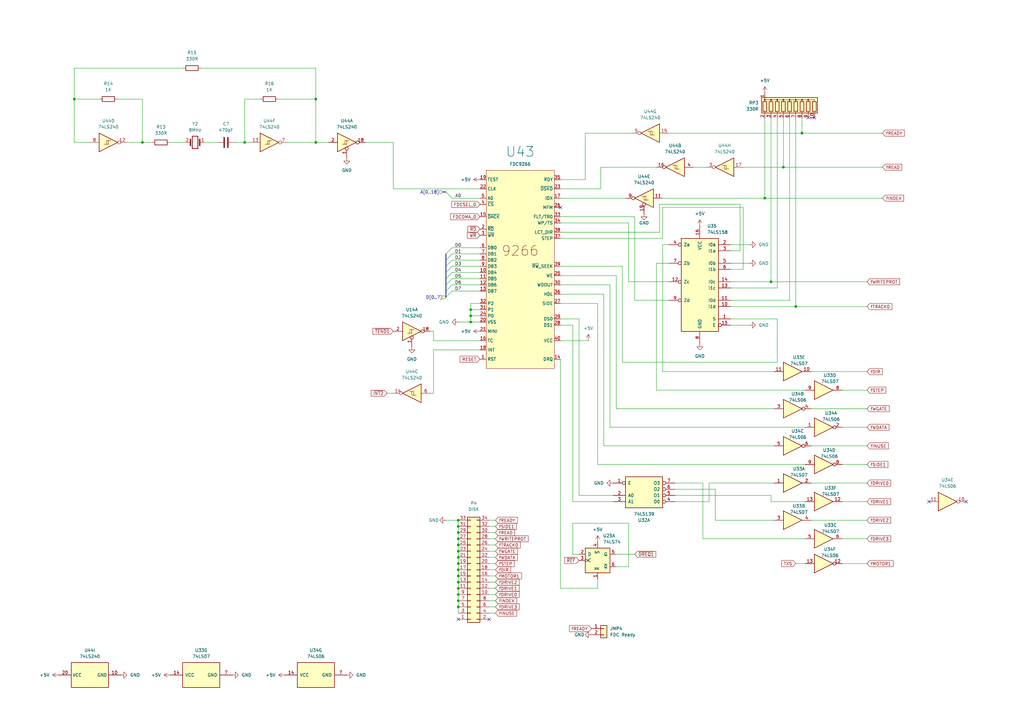
<source format=kicad_sch>
(kicad_sch (version 20231120) (generator "eeschema") (generator_version "8.0")
  (paper "A3")
  (lib_symbols
    (symbol "74xx:74LS06" (pin_names (offset 1.016))
      (property "Reference" "U" (at 0 1.27 0))
      (property "Value" "74LS06" (at 0 -1.27 0))
      (symbol "74LS06_1_0"
        (pin input line (at -7.62 0 0) (length 3.81) (name "~") (number "1"))
        (pin open_collector inverted (at 7.62 0 180) (length 3.81) (name "~") (number "2"))
      )
      (symbol "74LS06_2_0"
        (pin input line (at -7.62 0 0) (length 3.81) (name "~") (number "3"))
        (pin open_collector inverted (at 7.62 0 180) (length 3.81) (name "~") (number "4"))
      )
      (symbol "74LS06_3_0"
        (pin input line (at -7.62 0 0) (length 3.81) (name "~") (number "5"))
        (pin open_collector inverted (at 7.62 0 180) (length 3.81) (name "~") (number "6"))
      )
      (symbol "74LS06_4_0"
        (pin open_collector inverted (at 7.62 0 180) (length 3.81) (name "~") (number "8"))
        (pin input line (at -7.62 0 0) (length 3.81) (name "~") (number "9"))
      )
      (symbol "74LS06_5_0"
        (pin open_collector inverted (at 7.62 0 180) (length 3.81) (name "~") (number "10"))
        (pin input line (at -7.62 0 0) (length 3.81) (name "~") (number "11"))
      )
      (symbol "74LS06_6_0"
        (pin open_collector inverted (at 7.62 0 180) (length 3.81) (name "~") (number "12"))
        (pin input line (at -7.62 0 0) (length 3.81) (name "~") (number "13"))
      )
      (symbol "74LS06_7_0"
        (pin power_in line (at 0 12.7 270) (length 5.08) (name "VCC") (number "14"))
        (pin power_in line (at 0 -12.7 90) (length 5.08) (name "GND") (number "7"))
      )
    )
    (symbol "74xx:74LS07" (pin_names (offset 1.016))
      (property "Reference" "U" (at 0 1.27 0))
      (property "Value" "74LS07" (at 0 -1.27 0))
      (symbol "74LS07_1_0"
        (pin input line (at -7.62 0 0) (length 3.81) (name "~") (number "1"))
        (pin open_collector line (at 7.62 0 180) (length 3.81) (name "~") (number "2"))
      )
      (symbol "74LS07_2_0"
        (pin input line (at -7.62 0 0) (length 3.81) (name "~") (number "3"))
        (pin open_collector line (at 7.62 0 180) (length 3.81) (name "~") (number "4"))
      )
      (symbol "74LS07_3_0"
        (pin input line (at -7.62 0 0) (length 3.81) (name "~") (number "5"))
        (pin open_collector line (at 7.62 0 180) (length 3.81) (name "~") (number "6"))
      )
      (symbol "74LS07_4_0"
        (pin open_collector line (at 7.62 0 180) (length 3.81) (name "~") (number "8"))
        (pin input line (at -7.62 0 0) (length 3.81) (name "~") (number "9"))
      )
      (symbol "74LS07_5_0"
        (pin open_collector line (at 7.62 0 180) (length 3.81) (name "~") (number "10"))
        (pin input line (at -7.62 0 0) (length 3.81) (name "~") (number "11"))
      )
      (symbol "74LS07_6_0"
        (pin open_collector line (at 7.62 0 180) (length 3.81) (name "~") (number "12"))
        (pin input line (at -7.62 0 0) (length 3.81) (name "~") (number "13"))
      )
      (symbol "74LS07_7_0"
        (pin power_in line (at 0 12.7 270) (length 5.08) (name "VCC") (number "14"))
        (pin power_in line (at 0 -12.7 90) (length 5.08) (name "GND") (number "7"))
      )
    )
    (symbol "74xx:74LS139" (pin_names (offset 1.016))
      (property "Reference" "U" (at -7.62 8.89 0))
      (property "Value" "74LS139" (at -7.62 -8.89 0))
      (symbol "74LS139_1_0"
        (pin input inverted (at -12.7 -5.08 0) (length 5.08) (name "E") (number "1"))
        (pin input line (at -12.7 0 0) (length 5.08) (name "A0") (number "2"))
        (pin input line (at -12.7 2.54 0) (length 5.08) (name "A1") (number "3"))
        (pin output inverted (at 12.7 2.54 180) (length 5.08) (name "O0") (number "4"))
        (pin output inverted (at 12.7 0 180) (length 5.08) (name "O1") (number "5"))
        (pin output inverted (at 12.7 -2.54 180) (length 5.08) (name "O2") (number "6"))
        (pin output inverted (at 12.7 -5.08 180) (length 5.08) (name "O3") (number "7"))
      )
      (symbol "74LS139_2_0"
        (pin output inverted (at 12.7 -2.54 180) (length 5.08) (name "O2") (number "10"))
        (pin output inverted (at 12.7 0 180) (length 5.08) (name "O1") (number "11"))
        (pin output inverted (at 12.7 2.54 180) (length 5.08) (name "O0") (number "12"))
        (pin input line (at -12.7 2.54 0) (length 5.08) (name "A1") (number "13"))
        (pin input line (at -12.7 0 0) (length 5.08) (name "A0") (number "14"))
        (pin input inverted (at -12.7 -5.08 0) (length 5.08) (name "E") (number "15"))
        (pin output inverted (at 12.7 -5.08 180) (length 5.08) (name "O3") (number "9"))
      )
      (symbol "74LS139_3_0"
        (pin power_in line (at 0 12.7 270) (length 5.08) (name "VCC") (number "16"))
        (pin power_in line (at 0 -12.7 90) (length 5.08) (name "GND") (number "8"))
      )
    )
    (symbol "74xx:74LS158" (pin_names (offset 1.016))
      (property "Reference" "U" (at -7.62 19.05 0))
      (property "Value" "74LS158" (at -7.62 -21.59 0))
      (symbol "74LS158_1_0"
        (pin input line (at -12.7 -15.24 0) (length 5.08) (name "S") (number "1"))
        (pin input line (at -12.7 -10.16 0) (length 5.08) (name "I1d") (number "10"))
        (pin input line (at -12.7 -7.62 0) (length 5.08) (name "I0d") (number "11"))
        (pin output inverted (at 12.7 0 180) (length 5.08) (name "Zc") (number "12"))
        (pin input line (at -12.7 -2.54 0) (length 5.08) (name "I1c") (number "13"))
        (pin input line (at -12.7 0 0) (length 5.08) (name "I0c") (number "14"))
        (pin input inverted (at -12.7 -17.78 0) (length 5.08) (name "E") (number "15"))
        (pin power_in line (at 0 22.86 270) (length 5.08) (name "VCC") (number "16"))
        (pin input line (at -12.7 15.24 0) (length 5.08) (name "I0a") (number "2"))
        (pin input line (at -12.7 12.7 0) (length 5.08) (name "I1a") (number "3"))
        (pin output inverted (at 12.7 15.24 180) (length 5.08) (name "Za") (number "4"))
        (pin input line (at -12.7 7.62 0) (length 5.08) (name "I0b") (number "5"))
        (pin input line (at -12.7 5.08 0) (length 5.08) (name "I1b") (number "6"))
        (pin output inverted (at 12.7 7.62 180) (length 5.08) (name "Zb") (number "7"))
        (pin power_in line (at 0 -25.4 90) (length 5.08) (name "GND") (number "8"))
        (pin output inverted (at 12.7 -7.62 180) (length 5.08) (name "Zd") (number "9"))
      )
    )
    (symbol "74xx:74LS240_Split"
      (property "Reference" "U" (at 0 1.27 0))
      (property "Value" "74LS240_Split" (at 0 -1.27 0))
      (symbol "74LS240_Split_1_0"
        (pin input inverted (at 0 -6.35 90) (length 4.445) (name "~") (number "1"))
        (pin tri_state inverted (at 7.62 0 180) (length 3.81) (name "~") (number "18"))
        (pin input line (at -7.62 0 0) (length 3.81) (name "~") (number "2"))
      )
      (symbol "74LS240_Split_2_0"
        (pin tri_state inverted (at 7.62 0 180) (length 3.81) (name "~") (number "16"))
        (pin input line (at -7.62 0 0) (length 3.81) (name "~") (number "4"))
      )
      (symbol "74LS240_Split_3_0"
        (pin tri_state inverted (at 7.62 0 180) (length 3.81) (name "~") (number "14"))
        (pin input line (at -7.62 0 0) (length 3.81) (name "~") (number "6"))
      )
      (symbol "74LS240_Split_4_0"
        (pin tri_state inverted (at 7.62 0 180) (length 3.81) (name "~") (number "12"))
        (pin input line (at -7.62 0 0) (length 3.81) (name "~") (number "8"))
      )
      (symbol "74LS240_Split_5_0"
        (pin input line (at -7.62 0 0) (length 3.81) (name "~") (number "11"))
        (pin input inverted (at 0 -6.35 90) (length 4.445) (name "~") (number "19"))
        (pin tri_state inverted (at 7.62 0 180) (length 3.81) (name "~") (number "9"))
      )
      (symbol "74LS240_Split_6_0"
        (pin input line (at -7.62 0 0) (length 3.81) (name "~") (number "13"))
        (pin tri_state inverted (at 7.62 0 180) (length 3.81) (name "~") (number "7"))
      )
      (symbol "74LS240_Split_7_0"
        (pin input line (at -7.62 0 0) (length 3.81) (name "~") (number "15"))
        (pin tri_state inverted (at 7.62 0 180) (length 3.81) (name "~") (number "5"))
      )
      (symbol "74LS240_Split_8_0"
        (pin input line (at -7.62 0 0) (length 3.81) (name "~") (number "17"))
        (pin tri_state inverted (at 7.62 0 180) (length 3.81) (name "~") (number "3"))
      )
      (symbol "74LS240_Split_9_0"
        (pin power_in line (at 0 -12.7 90) (length 5.08) (name "GND") (number "10"))
        (pin power_in line (at 0 12.7 270) (length 5.08) (name "VCC") (number "20"))
      )
    )
    (symbol "74xx:74LS74" (pin_names (offset 1.016))
      (property "Reference" "U" (at -7.62 8.89 0))
      (property "Value" "74LS74" (at -7.62 -8.89 0))
      (symbol "74LS74_1_0"
        (pin input line (at 0 -7.62 90) (length 2.54) (name "~{R}") (number "1"))
        (pin input line (at -7.62 2.54 0) (length 2.54) (name "D") (number "2"))
        (pin input clock (at -7.62 0 0) (length 2.54) (name "C") (number "3"))
        (pin input line (at 0 7.62 270) (length 2.54) (name "~{S}") (number "4"))
        (pin output line (at 7.62 2.54 180) (length 2.54) (name "Q") (number "5"))
        (pin output line (at 7.62 -2.54 180) (length 2.54) (name "~{Q}") (number "6"))
      )
      (symbol "74LS74_2_0"
        (pin input line (at 0 7.62 270) (length 2.54) (name "~{S}") (number "10"))
        (pin input clock (at -7.62 0 0) (length 2.54) (name "C") (number "11"))
        (pin input line (at -7.62 2.54 0) (length 2.54) (name "D") (number "12"))
        (pin input line (at 0 -7.62 90) (length 2.54) (name "~{R}") (number "13"))
        (pin output line (at 7.62 -2.54 180) (length 2.54) (name "~{Q}") (number "8"))
        (pin output line (at 7.62 2.54 180) (length 2.54) (name "Q") (number "9"))
      )
      (symbol "74LS74_3_0"
        (pin power_in line (at 0 10.16 270) (length 2.54) (name "VCC") (number "14"))
        (pin power_in line (at 0 -10.16 90) (length 2.54) (name "GND") (number "7"))
      )
    )
    (symbol "Connector_Generic:Conn_01x02" (pin_names (offset 1.016) hide)
      (property "Reference" "J" (at 0 2.54 0))
      (property "Value" "Conn_01x02" (at 0 -5.08 0))
      (symbol "Conn_01x02_1_1"
        (pin passive line (at -5.08 0 0) (length 3.81) (name "Pin_1") (number "1"))
        (pin passive line (at -5.08 -2.54 0) (length 3.81) (name "Pin_2") (number "2"))
      )
    )
    (symbol "Connector_Generic:Conn_02x17_Odd_Even" (pin_names (offset 1.016) hide)
      (property "Reference" "J" (at 1.27 22.86 0))
      (property "Value" "Conn_02x17_Odd_Even" (at 1.27 -22.86 0))
      (symbol "Conn_02x17_Odd_Even_1_1"
        (pin passive line (at -5.08 20.32 0) (length 3.81) (name "Pin_1") (number "1"))
        (pin passive line (at 7.62 10.16 180) (length 3.81) (name "Pin_10") (number "10"))
        (pin passive line (at -5.08 7.62 0) (length 3.81) (name "Pin_11") (number "11"))
        (pin passive line (at 7.62 7.62 180) (length 3.81) (name "Pin_12") (number "12"))
        (pin passive line (at -5.08 5.08 0) (length 3.81) (name "Pin_13") (number "13"))
        (pin passive line (at 7.62 5.08 180) (length 3.81) (name "Pin_14") (number "14"))
        (pin passive line (at -5.08 2.54 0) (length 3.81) (name "Pin_15") (number "15"))
        (pin passive line (at 7.62 2.54 180) (length 3.81) (name "Pin_16") (number "16"))
        (pin passive line (at -5.08 0 0) (length 3.81) (name "Pin_17") (number "17"))
        (pin passive line (at 7.62 0 180) (length 3.81) (name "Pin_18") (number "18"))
        (pin passive line (at -5.08 -2.54 0) (length 3.81) (name "Pin_19") (number "19"))
        (pin passive line (at 7.62 20.32 180) (length 3.81) (name "Pin_2") (number "2"))
        (pin passive line (at 7.62 -2.54 180) (length 3.81) (name "Pin_20") (number "20"))
        (pin passive line (at -5.08 -5.08 0) (length 3.81) (name "Pin_21") (number "21"))
        (pin passive line (at 7.62 -5.08 180) (length 3.81) (name "Pin_22") (number "22"))
        (pin passive line (at -5.08 -7.62 0) (length 3.81) (name "Pin_23") (number "23"))
        (pin passive line (at 7.62 -7.62 180) (length 3.81) (name "Pin_24") (number "24"))
        (pin passive line (at -5.08 -10.16 0) (length 3.81) (name "Pin_25") (number "25"))
        (pin passive line (at 7.62 -10.16 180) (length 3.81) (name "Pin_26") (number "26"))
        (pin passive line (at -5.08 -12.7 0) (length 3.81) (name "Pin_27") (number "27"))
        (pin passive line (at 7.62 -12.7 180) (length 3.81) (name "Pin_28") (number "28"))
        (pin passive line (at -5.08 -15.24 0) (length 3.81) (name "Pin_29") (number "29"))
        (pin passive line (at -5.08 17.78 0) (length 3.81) (name "Pin_3") (number "3"))
        (pin passive line (at 7.62 -15.24 180) (length 3.81) (name "Pin_30") (number "30"))
        (pin passive line (at -5.08 -17.78 0) (length 3.81) (name "Pin_31") (number "31"))
        (pin passive line (at 7.62 -17.78 180) (length 3.81) (name "Pin_32") (number "32"))
        (pin passive line (at -5.08 -20.32 0) (length 3.81) (name "Pin_33") (number "33"))
        (pin passive line (at 7.62 -20.32 180) (length 3.81) (name "Pin_34") (number "34"))
        (pin passive line (at 7.62 17.78 180) (length 3.81) (name "Pin_4") (number "4"))
        (pin passive line (at -5.08 15.24 0) (length 3.81) (name "Pin_5") (number "5"))
        (pin passive line (at 7.62 15.24 180) (length 3.81) (name "Pin_6") (number "6"))
        (pin passive line (at -5.08 12.7 0) (length 3.81) (name "Pin_7") (number "7"))
        (pin passive line (at 7.62 12.7 180) (length 3.81) (name "Pin_8") (number "8"))
        (pin passive line (at -5.08 10.16 0) (length 3.81) (name "Pin_9") (number "9"))
      )
    )
    (symbol "Device:C" (pin_numbers hide) (pin_names (offset 0.254))
      (property "Reference" "C" (at 0.635 2.54 0))
      (property "Value" "C" (at 0.635 -2.54 0))
      (symbol "C_1_1"
        (pin passive line (at 0 3.81 270) (length 2.794) (name "~") (number "1"))
        (pin passive line (at 0 -3.81 90) (length 2.794) (name "~") (number "2"))
      )
    )
    (symbol "Device:Crystal" (pin_names (offset 1.016) hide)
      (property "Reference" "Y" (at 0 3.81 0))
      (property "Value" "Crystal" (at 0 -3.81 0))
      (symbol "Crystal_1_1"
        (pin passive line (at -3.81 0 0) (length 1.27) (name "1") (number "1"))
        (pin passive line (at 3.81 0 180) (length 1.27) (name "2") (number "2"))
      )
    )
    (symbol "Device:R" (pin_numbers hide) (pin_names (offset 0))
      (property "Reference" "R" (at 2.032 0 90))
      (property "Value" "R" (at 0 0 90))
      (symbol "R_1_1"
        (pin passive line (at 0 3.81 270) (length 1.27) (name "~") (number "1"))
        (pin passive line (at 0 -3.81 90) (length 1.27) (name "~") (number "2"))
      )
    )
    (symbol "Device:R_Network09" (pin_names (offset 0) hide)
      (property "Reference" "RN" (at -12.7 0 90))
      (property "Value" "R_Network09" (at 12.7 0 90))
      (symbol "R_Network09_1_1"
        (pin passive line (at -10.16 5.08 270) (length 2.54) (name "common") (number "1"))
        (pin passive line (at 10.16 -5.08 90) (length 1.27) (name "R9") (number "10"))
        (pin passive line (at -10.16 -5.08 90) (length 1.27) (name "R1") (number "2"))
        (pin passive line (at -7.62 -5.08 90) (length 1.27) (name "R2") (number "3"))
        (pin passive line (at -5.08 -5.08 90) (length 1.27) (name "R3") (number "4"))
        (pin passive line (at -2.54 -5.08 90) (length 1.27) (name "R4") (number "5"))
        (pin passive line (at 0 -5.08 90) (length 1.27) (name "R5") (number "6"))
        (pin passive line (at 2.54 -5.08 90) (length 1.27) (name "R6") (number "7"))
        (pin passive line (at 5.08 -5.08 90) (length 1.27) (name "R7") (number "8"))
        (pin passive line (at 7.62 -5.08 90) (length 1.27) (name "R8") (number "9"))
      )
    )
    (symbol "TIM011:FDC9266"
      (property "Reference" "U" (at 0 -10.16 0))
      (property "Value" "FDC9266" (at 9.144 40.64 0))
      (symbol "FDC9266_0_0"
        (pin input line (at -16.51 -38.1 0) (length 2.54) (name "RST") (number "1"))
        (pin bidirectional line (at -16.51 -2.54 0) (length 2.54) (name "DB4") (number "10"))
        (pin bidirectional line (at -16.51 -5.08 0) (length 2.54) (name "DB5") (number "11"))
        (pin bidirectional line (at -16.51 -7.62 0) (length 2.54) (name "DB6") (number "12"))
        (pin bidirectional line (at -16.51 -10.16 0) (length 2.54) (name "DB7") (number "13"))
        (pin output line (at 16.51 -38.1 180) (length 2.54) (name "DRQ") (number "14"))
        (pin input line (at -16.51 20.32 0) (length 2.54) (name "~{DACK}") (number "15"))
        (pin input line (at -16.51 -30.48 0) (length 2.54) (name "TC") (number "16"))
        (pin input line (at 16.51 27.94 180) (length 2.54) (name "IDX") (number "17"))
        (pin output line (at -16.51 -34.29 0) (length 2.54) (name "INT") (number "18"))
        (pin input line (at -16.51 35.56 0) (length 2.54) (name "TEST") (number "19"))
        (pin input line (at -16.51 15.24 0) (length 2.54) (name "~{RD}") (number "2"))
        (pin power_in line (at -16.51 -22.86 0) (length 2.54) (name "VSS") (number "20"))
        (pin input line (at -16.51 -26.67 0) (length 2.54) (name "MINI") (number "21"))
        (pin input line (at -16.51 31.75 0) (length 2.54) (name "CLK") (number "22"))
        (pin input line (at 16.51 31.75 180) (length 2.54) (name "~{DSKD}") (number "23"))
        (pin input line (at -16.51 -20.32 0) (length 2.54) (name "P0") (number "24"))
        (pin output line (at 16.51 -3.81 180) (length 2.54) (name "WE") (number "25"))
        (pin output line (at 16.51 24.13 180) (length 2.54) (name "MFM") (number "26"))
        (pin input line (at -16.51 12.7 0) (length 2.54) (name "~{WR}") (number "3"))
        (pin output line (at 16.51 -7.62 180) (length 2.54) (name "WDOUT") (number "30"))
        (pin input line (at -16.51 -17.78 0) (length 2.54) (name "P1") (number "31"))
        (pin input line (at -16.51 -15.24 0) (length 2.54) (name "P2") (number "32"))
        (pin input line (at 16.51 20.32 180) (length 2.54) (name "FLT/TR0") (number "33"))
        (pin input line (at 16.51 17.78 180) (length 2.54) (name "WP/TS") (number "34"))
        (pin input line (at 16.51 35.56 180) (length 2.54) (name "RDY") (number "35"))
        (pin output line (at 16.51 -11.43 180) (length 2.54) (name "HDL") (number "36"))
        (pin output line (at 16.51 13.97 180) (length 2.54) (name "LCT_DIR") (number "38"))
        (pin output line (at 16.51 0 180) (length 2.54) (name "~{RW}_SEEK") (number "39"))
        (pin input line (at -16.51 25.4 0) (length 2.54) (name "~{CS}") (number "4"))
        (pin power_in line (at 16.51 -30.48 180) (length 2.54) (name "VCC") (number "40"))
        (pin input line (at -16.51 27.94 0) (length 2.54) (name "A0") (number "5"))
        (pin bidirectional line (at -16.51 7.62 0) (length 2.54) (name "DB0") (number "6"))
        (pin bidirectional line (at -16.51 5.08 0) (length 2.54) (name "DB1") (number "7"))
        (pin bidirectional line (at -16.51 2.54 0) (length 2.54) (name "DB2") (number "8"))
        (pin bidirectional line (at -16.51 0 0) (length 2.54) (name "DB3") (number "9"))
      )
      (symbol "FDC9266_1_0"
        (pin output line (at 16.51 -15.24 180) (length 2.54) (name "SIDE") (number "27"))
        (pin output line (at 16.51 -24.13 180) (length 2.54) (name "DS1") (number "28"))
        (pin output line (at 16.51 -21.59 180) (length 2.54) (name "DS0") (number "29"))
        (pin output line (at 16.51 11.43 180) (length 2.54) (name "STEP") (number "37"))
      )
      (symbol "FDC9266_1_1"
        (text "9266\n" (at 0 6.35 0) (effects (font (size 4 4))))
      )
    )
    (symbol "power:+5V" (power) (pin_numbers hide) (pin_names (offset 0) hide)
      (property "Value" "+5V" (at 0 3.556 0))
      (symbol "+5V_1_1"
        (pin power_in line (at 0 0 90) (length 0) (name "~") (number "1"))
      )
    )
    (symbol "power:GND" (power) (pin_numbers hide) (pin_names (offset 0) hide)
      (property "Value" "GND" (at 0 -3.81 0))
      (symbol "GND_1_1"
        (pin power_in line (at 0 0 270) (length 0) (name "~") (number "1"))
      )
    )
  )
  (junction (at 187.96 248.92))
  (junction (at 58.42 58.42))
  (junction (at 187.96 218.44))
  (junction (at 187.96 220.98))
  (junction (at 187.96 228.6))
  (junction (at 187.96 243.84))
  (junction (at 313.69 81.28))
  (junction (at 129.54 58.42))
  (junction (at 187.96 236.22))
  (junction (at 187.96 233.68))
  (junction (at 187.96 213.36))
  (junction (at 187.96 238.76))
  (junction (at 321.31 68.58))
  (junction (at 193.04 129.54))
  (junction (at 316.23 115.57))
  (junction (at 187.96 241.3))
  (junction (at 187.96 246.38))
  (junction (at 326.39 125.73))
  (junction (at 187.96 215.9))
  (junction (at 187.96 223.52))
  (junction (at 100.33 58.42))
  (junction (at 129.54 40.64))
  (junction (at 193.04 127))
  (junction (at 187.96 231.14))
  (junction (at 30.48 40.64))
  (junction (at 187.96 226.06))
  (junction (at 328.93 54.61))
  (junction (at 193.04 132.08))
  (no_connect (at 187.96 254))
  (no_connect (at 381 205.74))
  (no_connect (at 229.87 85.09))
  (no_connect (at 396.24 205.74))
  (no_connect (at 200.66 254))
  (no_connect (at 331.47 48.26))
  (no_connect (at 334.01 48.26))
  (bus_entry (at 185.42 111.76) (size -2.54 2.54))
  (bus_entry (at 185.42 101.6) (size -2.54 2.54))
  (bus_entry (at 185.42 109.22) (size -2.54 2.54))
  (bus_entry (at 185.42 104.14) (size -2.54 2.54))
  (bus_entry (at 185.42 106.68) (size -2.54 2.54))
  (bus_entry (at 182.88 78.74) (size 2.54 2.54))
  (bus_entry (at 185.42 119.38) (size -2.54 2.54))
  (bus_entry (at 185.42 114.3) (size -2.54 2.54))
  (bus_entry (at 185.42 116.84) (size -2.54 2.54))
  (wire (pts (xy 193.04 127) (xy 196.85 127)))
  (wire (pts (xy 318.77 130.81) (xy 299.72 130.81)))
  (wire (pts (xy 187.96 132.08) (xy 193.04 132.08)))
  (bus (pts (xy 181.61 78.74) (xy 182.88 78.74)))
  (bus (pts (xy 182.88 116.84) (xy 182.88 114.3)))
  (wire (pts (xy 246.38 68.58) (xy 269.24 68.58)))
  (wire (pts (xy 203.2 248.92) (xy 200.66 248.92)))
  (wire (pts (xy 355.6 152.4) (xy 332.74 152.4)))
  (wire (pts (xy 304.8 110.49) (xy 299.72 110.49)))
  (wire (pts (xy 247.65 120.65) (xy 247.65 182.88)))
  (wire (pts (xy 229.87 95.25) (xy 270.51 95.25)))
  (wire (pts (xy 203.2 238.76) (xy 200.66 238.76)))
  (wire (pts (xy 193.04 124.46) (xy 193.04 127)))
  (wire (pts (xy 203.2 236.22) (xy 200.66 236.22)))
  (wire (pts (xy 149.86 58.42) (xy 161.29 58.42)))
  (wire (pts (xy 257.81 214.63) (xy 234.95 214.63)))
  (wire (pts (xy 255.27 148.59) (xy 318.77 148.59)))
  (wire (pts (xy 252.73 232.41) (xy 257.81 232.41)))
  (wire (pts (xy 271.78 97.79) (xy 271.78 85.09)))
  (wire (pts (xy 196.85 109.22) (xy 185.42 109.22)))
  (wire (pts (xy 161.29 58.42) (xy 161.29 77.47)))
  (wire (pts (xy 299.72 118.11) (xy 318.77 118.11)))
  (wire (pts (xy 257.81 115.57) (xy 274.32 115.57)))
  (wire (pts (xy 196.85 104.14) (xy 185.42 104.14)))
  (wire (pts (xy 271.78 85.09) (xy 304.8 85.09)))
  (wire (pts (xy 203.2 220.98) (xy 200.66 220.98)))
  (wire (pts (xy 234.95 227.33) (xy 237.49 227.33)))
  (wire (pts (xy 187.96 233.68) (xy 187.96 231.14)))
  (wire (pts (xy 240.03 73.66) (xy 229.87 73.66)))
  (wire (pts (xy 290.83 205.74) (xy 290.83 198.12)))
  (wire (pts (xy 58.42 40.64) (xy 48.26 40.64)))
  (wire (pts (xy 237.49 130.81) (xy 237.49 203.2)))
  (wire (pts (xy 250.19 116.84) (xy 250.19 175.26)))
  (wire (pts (xy 307.34 107.95) (xy 299.72 107.95)))
  (wire (pts (xy 259.08 54.61) (xy 240.03 54.61)))
  (wire (pts (xy 177.8 143.51) (xy 196.85 143.51)))
  (wire (pts (xy 203.2 213.36) (xy 200.66 213.36)))
  (wire (pts (xy 269.24 107.95) (xy 269.24 160.02)))
  (wire (pts (xy 229.87 130.81) (xy 237.49 130.81)))
  (wire (pts (xy 355.6 175.26) (xy 345.44 175.26)))
  (wire (pts (xy 246.38 77.47) (xy 229.87 77.47)))
  (wire (pts (xy 274.32 54.61) (xy 328.93 54.61)))
  (wire (pts (xy 58.42 58.42) (xy 58.42 40.64)))
  (wire (pts (xy 245.11 241.3) (xy 245.11 237.49)))
  (wire (pts (xy 203.2 231.14) (xy 200.66 231.14)))
  (wire (pts (xy 316.23 205.74) (xy 330.2 205.74)))
  (wire (pts (xy 196.85 119.38) (xy 185.42 119.38)))
  (wire (pts (xy 203.2 243.84) (xy 200.66 243.84)))
  (bus (pts (xy 182.88 121.92) (xy 182.88 119.38)))
  (wire (pts (xy 129.54 27.94) (xy 129.54 40.64)))
  (wire (pts (xy 290.83 198.12) (xy 317.5 198.12)))
  (wire (pts (xy 158.75 161.29) (xy 161.29 161.29)))
  (wire (pts (xy 106.68 40.64) (xy 100.33 40.64)))
  (wire (pts (xy 299.72 115.57) (xy 316.23 115.57)))
  (wire (pts (xy 355.6 190.5) (xy 345.44 190.5)))
  (wire (pts (xy 229.87 116.84) (xy 250.19 116.84)))
  (wire (pts (xy 316.23 115.57) (xy 355.6 115.57)))
  (wire (pts (xy 193.04 129.54) (xy 196.85 129.54)))
  (wire (pts (xy 299.72 125.73) (xy 326.39 125.73)))
  (wire (pts (xy 229.87 133.35) (xy 234.95 133.35)))
  (wire (pts (xy 276.86 200.66) (xy 293.37 200.66)))
  (wire (pts (xy 304.8 85.09) (xy 304.8 110.49)))
  (wire (pts (xy 196.85 114.3) (xy 185.42 114.3)))
  (wire (pts (xy 176.53 161.29) (xy 177.8 161.29)))
  (wire (pts (xy 229.87 124.46) (xy 245.11 124.46)))
  (wire (pts (xy 114.3 40.64) (xy 129.54 40.64)))
  (wire (pts (xy 274.32 100.33) (xy 271.78 100.33)))
  (wire (pts (xy 161.29 77.47) (xy 196.85 77.47)))
  (wire (pts (xy 88.9 58.42) (xy 83.82 58.42)))
  (wire (pts (xy 196.85 101.6) (xy 185.42 101.6)))
  (wire (pts (xy 316.23 48.26) (xy 316.23 115.57)))
  (wire (pts (xy 260.35 88.9) (xy 260.35 123.19)))
  (wire (pts (xy 234.95 214.63) (xy 234.95 227.33)))
  (wire (pts (xy 245.11 190.5) (xy 330.2 190.5)))
  (wire (pts (xy 30.48 40.64) (xy 40.64 40.64)))
  (wire (pts (xy 247.65 182.88) (xy 317.5 182.88)))
  (wire (pts (xy 177.8 139.7) (xy 196.85 139.7)))
  (wire (pts (xy 250.19 175.26) (xy 330.2 175.26)))
  (wire (pts (xy 203.2 246.38) (xy 200.66 246.38)))
  (wire (pts (xy 299.72 123.19) (xy 323.85 123.19)))
  (wire (pts (xy 203.2 218.44) (xy 200.66 218.44)))
  (wire (pts (xy 229.87 91.44) (xy 257.81 91.44)))
  (wire (pts (xy 313.69 81.28) (xy 361.95 81.28)))
  (wire (pts (xy 187.96 241.3) (xy 187.96 238.76)))
  (wire (pts (xy 307.34 100.33) (xy 299.72 100.33)))
  (wire (pts (xy 30.48 58.42) (xy 30.48 40.64)))
  (wire (pts (xy 203.2 241.3) (xy 200.66 241.3)))
  (wire (pts (xy 252.73 167.64) (xy 317.5 167.64)))
  (wire (pts (xy 355.6 213.36) (xy 332.74 213.36)))
  (wire (pts (xy 355.6 182.88) (xy 332.74 182.88)))
  (wire (pts (xy 318.77 118.11) (xy 318.77 48.26)))
  (wire (pts (xy 129.54 40.64) (xy 129.54 58.42)))
  (wire (pts (xy 271.78 152.4) (xy 317.5 152.4)))
  (wire (pts (xy 271.78 100.33) (xy 271.78 152.4)))
  (wire (pts (xy 176.53 135.89) (xy 177.8 135.89)))
  (wire (pts (xy 187.96 243.84) (xy 187.96 241.3)))
  (wire (pts (xy 289.56 68.58) (xy 284.48 68.58)))
  (wire (pts (xy 313.69 81.28) (xy 313.69 48.26)))
  (wire (pts (xy 328.93 54.61) (xy 328.93 48.26)))
  (wire (pts (xy 269.24 160.02) (xy 330.2 160.02)))
  (wire (pts (xy 187.96 231.14) (xy 187.96 228.6)))
  (wire (pts (xy 316.23 203.2) (xy 316.23 205.74)))
  (wire (pts (xy 318.77 148.59) (xy 318.77 130.81)))
  (wire (pts (xy 252.73 113.03) (xy 252.73 167.64)))
  (wire (pts (xy 229.87 97.79) (xy 271.78 97.79)))
  (wire (pts (xy 326.39 48.26) (xy 326.39 125.73)))
  (bus (pts (xy 182.88 106.68) (xy 182.88 104.14)))
  (wire (pts (xy 203.2 215.9) (xy 200.66 215.9)))
  (bus (pts (xy 182.88 109.22) (xy 182.88 106.68)))
  (wire (pts (xy 196.85 111.76) (xy 185.42 111.76)))
  (bus (pts (xy 182.88 111.76) (xy 182.88 109.22)))
  (wire (pts (xy 185.42 81.28) (xy 196.85 81.28)))
  (wire (pts (xy 187.96 236.22) (xy 187.96 233.68)))
  (wire (pts (xy 288.29 198.12) (xy 288.29 220.98)))
  (wire (pts (xy 129.54 58.42) (xy 134.62 58.42)))
  (wire (pts (xy 276.86 205.74) (xy 290.83 205.74)))
  (wire (pts (xy 74.93 27.94) (xy 30.48 27.94)))
  (wire (pts (xy 187.96 226.06) (xy 187.96 223.52)))
  (wire (pts (xy 196.85 124.46) (xy 193.04 124.46)))
  (wire (pts (xy 229.87 241.3) (xy 245.11 241.3)))
  (wire (pts (xy 303.53 83.82) (xy 303.53 102.87)))
  (wire (pts (xy 321.31 68.58) (xy 321.31 48.26)))
  (wire (pts (xy 187.96 220.98) (xy 187.96 218.44)))
  (wire (pts (xy 187.96 246.38) (xy 187.96 243.84)))
  (wire (pts (xy 260.35 227.33) (xy 252.73 227.33)))
  (wire (pts (xy 203.2 226.06) (xy 200.66 226.06)))
  (wire (pts (xy 246.38 68.58) (xy 246.38 77.47)))
  (wire (pts (xy 52.07 58.42) (xy 58.42 58.42)))
  (wire (pts (xy 229.87 109.22) (xy 255.27 109.22)))
  (wire (pts (xy 196.85 106.68) (xy 185.42 106.68)))
  (wire (pts (xy 129.54 58.42) (xy 118.11 58.42)))
  (wire (pts (xy 355.6 205.74) (xy 345.44 205.74)))
  (wire (pts (xy 100.33 58.42) (xy 96.52 58.42)))
  (wire (pts (xy 271.78 81.28) (xy 313.69 81.28)))
  (wire (pts (xy 303.53 102.87) (xy 299.72 102.87)))
  (wire (pts (xy 196.85 116.84) (xy 185.42 116.84)))
  (wire (pts (xy 30.48 27.94) (xy 30.48 40.64)))
  (wire (pts (xy 82.55 27.94) (xy 129.54 27.94)))
  (wire (pts (xy 229.87 113.03) (xy 252.73 113.03)))
  (wire (pts (xy 241.3 139.7) (xy 229.87 139.7)))
  (wire (pts (xy 187.96 238.76) (xy 187.96 236.22)))
  (wire (pts (xy 234.95 133.35) (xy 234.95 205.74)))
  (wire (pts (xy 100.33 40.64) (xy 100.33 58.42)))
  (wire (pts (xy 62.23 58.42) (xy 58.42 58.42)))
  (wire (pts (xy 187.96 218.44) (xy 187.96 215.9)))
  (wire (pts (xy 355.6 231.14) (xy 345.44 231.14)))
  (wire (pts (xy 293.37 213.36) (xy 317.5 213.36)))
  (wire (pts (xy 187.96 215.9) (xy 187.96 213.36)))
  (wire (pts (xy 102.87 58.42) (xy 100.33 58.42)))
  (wire (pts (xy 276.86 198.12) (xy 288.29 198.12)))
  (wire (pts (xy 193.04 129.54) (xy 193.04 132.08)))
  (wire (pts (xy 229.87 88.9) (xy 260.35 88.9)))
  (wire (pts (xy 270.51 95.25) (xy 270.51 83.82)))
  (wire (pts (xy 193.04 132.08) (xy 196.85 132.08)))
  (wire (pts (xy 307.34 133.35) (xy 299.72 133.35)))
  (wire (pts (xy 203.2 251.46) (xy 200.66 251.46)))
  (wire (pts (xy 187.96 228.6) (xy 187.96 226.06)))
  (wire (pts (xy 326.39 231.14) (xy 330.2 231.14)))
  (wire (pts (xy 288.29 220.98) (xy 330.2 220.98)))
  (wire (pts (xy 257.81 232.41) (xy 257.81 214.63)))
  (wire (pts (xy 187.96 213.36) (xy 182.88 213.36)))
  (wire (pts (xy 36.83 58.42) (xy 30.48 58.42)))
  (wire (pts (xy 326.39 125.73) (xy 355.6 125.73)))
  (wire (pts (xy 274.32 107.95) (xy 269.24 107.95)))
  (wire (pts (xy 187.96 251.46) (xy 187.96 248.92)))
  (wire (pts (xy 203.2 223.52) (xy 200.66 223.52)))
  (wire (pts (xy 276.86 203.2) (xy 316.23 203.2)))
  (wire (pts (xy 293.37 200.66) (xy 293.37 213.36)))
  (wire (pts (xy 203.2 228.6) (xy 200.66 228.6)))
  (wire (pts (xy 177.8 161.29) (xy 177.8 143.51)))
  (wire (pts (xy 177.8 135.89) (xy 177.8 139.7)))
  (wire (pts (xy 355.6 167.64) (xy 332.74 167.64)))
  (wire (pts (xy 355.6 160.02) (xy 345.44 160.02)))
  (wire (pts (xy 304.8 68.58) (xy 321.31 68.58)))
  (wire (pts (xy 187.96 223.52) (xy 187.96 220.98)))
  (wire (pts (xy 321.31 68.58) (xy 361.95 68.58)))
  (wire (pts (xy 229.87 120.65) (xy 247.65 120.65)))
  (wire (pts (xy 229.87 81.28) (xy 256.54 81.28)))
  (wire (pts (xy 257.81 91.44) (xy 257.81 115.57)))
  (bus (pts (xy 182.88 119.38) (xy 182.88 116.84)))
  (wire (pts (xy 187.96 248.92) (xy 187.96 246.38)))
  (wire (pts (xy 270.51 83.82) (xy 303.53 83.82)))
  (wire (pts (xy 245.11 124.46) (xy 245.11 190.5)))
  (wire (pts (xy 328.93 54.61) (xy 361.95 54.61)))
  (wire (pts (xy 234.95 205.74) (xy 251.46 205.74)))
  (wire (pts (xy 260.35 123.19) (xy 274.32 123.19)))
  (wire (pts (xy 203.2 233.68) (xy 200.66 233.68)))
  (wire (pts (xy 69.85 58.42) (xy 76.2 58.42)))
  (wire (pts (xy 193.04 127) (xy 193.04 129.54)))
  (wire (pts (xy 255.27 109.22) (xy 255.27 148.59)))
  (wire (pts (xy 240.03 54.61) (xy 240.03 73.66)))
  (wire (pts (xy 355.6 198.12) (xy 332.74 198.12)))
  (bus (pts (xy 182.88 114.3) (xy 182.88 111.76)))
  (wire (pts (xy 237.49 203.2) (xy 251.46 203.2)))
  (wire (pts (xy 323.85 123.19) (xy 323.85 48.26)))
  (wire (pts (xy 355.6 220.98) (xy 345.44 220.98)))
  (wire (pts (xy 229.87 147.32) (xy 229.87 241.3)))
  (label "D1" (at 189.23 104.14 180))
  (label "D4" (at 189.23 111.76 180))
  (label "A0" (at 186.69 81.28 0))
  (label "D2" (at 189.23 106.68 180))
  (label "D7" (at 189.23 119.38 180))
  (label "D3" (at 189.23 109.22 180))
  (label "D6" (at 189.23 116.84 180))
  (label "D0" (at 189.23 101.6 180))
  (label "D5" (at 189.23 114.3 180))
  (global_label "fREAD" (shape input) (at 361.95 68.58 0) (property "Intersheetrefs" "${INTERSHEET_REFS}" (effects (hide yes))))
  (global_label "fMOTOR1" (shape input) (at 203.2 236.22 0) (property "Intersheetrefs" "${INTERSHEET_REFS}" (effects (hide yes))))
  (global_label "fWDATA" (shape input) (at 355.6 175.26 0) (property "Intersheetrefs" "${INTERSHEET_REFS}" (effects (hide yes))))
  (global_label "fREADY" (shape input) (at 361.95 54.61 0) (property "Intersheetrefs" "${INTERSHEET_REFS}" (effects (hide yes))))
  (global_label "fWGATE" (shape input) (at 203.2 226.06 0) (property "Intersheetrefs" "${INTERSHEET_REFS}" (effects (hide yes))))
  (global_label "fMOTOR1" (shape input) (at 355.6 231.14 0) (property "Intersheetrefs" "${INTERSHEET_REFS}" (effects (hide yes))))
  (global_label "fSIDE1" (shape input) (at 355.6 190.5 0) (property "Intersheetrefs" "${INTERSHEET_REFS}" (effects (hide yes))))
  (global_label "~{WR}" (shape input) (at 196.85 96.52 180) (property "Intersheetrefs" "${INTERSHEET_REFS}" (effects (hide yes))))
  (global_label "fTRACK0" (shape input) (at 203.2 223.52 0) (property "Intersheetrefs" "${INTERSHEET_REFS}" (effects (hide yes))))
  (global_label "~{REF}" (shape input) (at 237.49 229.87 180) (property "Intersheetrefs" "${INTERSHEET_REFS}" (effects (hide yes))))
  (global_label "fDRIVE3" (shape input) (at 203.2 248.92 0) (property "Intersheetrefs" "${INTERSHEET_REFS}" (effects (hide yes))))
  (global_label "FDCDMA_0" (shape input) (at 196.85 88.9 180) (property "Intersheetrefs" "${INTERSHEET_REFS}" (effects (hide yes))))
  (global_label "~{DREQ1}" (shape input) (at 260.35 227.33 0) (property "Intersheetrefs" "${INTERSHEET_REFS}" (effects (hide yes))))
  (global_label "fWRITEPROT" (shape input) (at 355.6 115.57 0) (property "Intersheetrefs" "${INTERSHEET_REFS}" (effects (hide yes))))
  (global_label "TXS" (shape input) (at 326.39 231.14 180) (property "Intersheetrefs" "${INTERSHEET_REFS}" (effects (hide yes))))
  (global_label "fDRIVE2" (shape input) (at 355.6 213.36 0) (property "Intersheetrefs" "${INTERSHEET_REFS}" (effects (hide yes))))
  (global_label "fWRITEPROT" (shape input) (at 203.2 220.98 0) (property "Intersheetrefs" "${INTERSHEET_REFS}" (effects (hide yes))))
  (global_label "fINUSE" (shape input) (at 355.6 182.88 0) (property "Intersheetrefs" "${INTERSHEET_REFS}" (effects (hide yes))))
  (global_label "RESET" (shape input) (at 196.85 147.32 180) (property "Intersheetrefs" "${INTERSHEET_REFS}" (effects (hide yes))))
  (global_label "fDIR" (shape input) (at 355.6 152.4 0) (property "Intersheetrefs" "${INTERSHEET_REFS}" (effects (hide yes))))
  (global_label "fSTEP" (shape input) (at 203.2 231.14 0) (property "Intersheetrefs" "${INTERSHEET_REFS}" (effects (hide yes))))
  (global_label "fDRIVE1" (shape input) (at 355.6 205.74 0) (property "Intersheetrefs" "${INTERSHEET_REFS}" (effects (hide yes))))
  (global_label "~{INT2}" (shape input) (at 158.75 161.29 180) (property "Intersheetrefs" "${INTERSHEET_REFS}" (effects (hide yes))))
  (global_label "fDRIVE3" (shape input) (at 355.6 220.98 0) (property "Intersheetrefs" "${INTERSHEET_REFS}" (effects (hide yes))))
  (global_label "fDRIVE1" (shape input) (at 203.2 241.3 0) (property "Intersheetrefs" "${INTERSHEET_REFS}" (effects (hide yes))))
  (global_label "fDRIVE0" (shape input) (at 203.2 243.84 0) (property "Intersheetrefs" "${INTERSHEET_REFS}" (effects (hide yes))))
  (global_label "fSIDE1" (shape input) (at 203.2 215.9 0) (property "Intersheetrefs" "${INTERSHEET_REFS}" (effects (hide yes))))
  (global_label "~{TEND1}" (shape input) (at 161.29 135.89 180) (property "Intersheetrefs" "${INTERSHEET_REFS}" (effects (hide yes))))
  (global_label "fINDEX" (shape input) (at 361.95 81.28 0) (property "Intersheetrefs" "${INTERSHEET_REFS}" (effects (hide yes))))
  (global_label "fDRIVE0" (shape input) (at 355.6 198.12 0) (property "Intersheetrefs" "${INTERSHEET_REFS}" (effects (hide yes))))
  (global_label "fDRIVE2" (shape input) (at 203.2 238.76 0) (property "Intersheetrefs" "${INTERSHEET_REFS}" (effects (hide yes))))
  (global_label "fTRACK0" (shape input) (at 355.6 125.73 0) (property "Intersheetrefs" "${INTERSHEET_REFS}" (effects (hide yes))))
  (global_label "~{RD}" (shape input) (at 196.85 93.98 180) (property "Intersheetrefs" "${INTERSHEET_REFS}" (effects (hide yes))))
  (global_label "fREAD" (shape input) (at 203.2 218.44 0) (property "Intersheetrefs" "${INTERSHEET_REFS}" (effects (hide yes))))
  (global_label "fINUSE" (shape input) (at 203.2 251.46 0) (property "Intersheetrefs" "${INTERSHEET_REFS}" (effects (hide yes))))
  (global_label "fREADY" (shape input) (at 203.2 213.36 0) (property "Intersheetrefs" "${INTERSHEET_REFS}" (effects (hide yes))))
  (global_label "fWGATE" (shape input) (at 355.6 167.64 0) (property "Intersheetrefs" "${INTERSHEET_REFS}" (effects (hide yes))))
  (global_label "fREADY" (shape input) (at 242.57 257.81 180) (property "Intersheetrefs" "${INTERSHEET_REFS}" (effects (hide yes))))
  (global_label "FDCSEL_0" (shape input) (at 196.85 83.82 180) (property "Intersheetrefs" "${INTERSHEET_REFS}" (effects (hide yes))))
  (global_label "fWDATA" (shape input) (at 203.2 228.6 0) (property "Intersheetrefs" "${INTERSHEET_REFS}" (effects (hide yes))))
  (global_label "fINDEX" (shape input) (at 203.2 246.38 0) (property "Intersheetrefs" "${INTERSHEET_REFS}" (effects (hide yes))))
  (global_label "fSTEP" (shape input) (at 355.6 160.02 0) (property "Intersheetrefs" "${INTERSHEET_REFS}" (effects (hide yes))))
  (global_label "fDIR" (shape input) (at 203.2 233.68 0) (property "Intersheetrefs" "${INTERSHEET_REFS}" (effects (hide yes))))
  (hierarchical_label "D[0..7]" (shape input) (at 182.88 121.92 180))
  (hierarchical_label "A[0..18]" (shape input) (at 181.61 78.74 180))
  (symbol (lib_id "74xx:74LS240_Split") (at 36.83 276.86 90) (unit 9)
    (property "Reference" "U44" (at 36.83 266.7 90))
    (property "Value" "74LS240" (at 36.83 269.24 90))
    (property "Footprint" "011TIM:DIP-20_W7.62mm" (effects (hide yes)))
    (property "Datasheet" "http://www.ti.com/lit/ds/symlink/sn74ls240.pdf" (effects (hide yes)))
    (property "Description" "Octal Buffer and Line Driver With 3-State Output, active-low enables, inverting outputs, split symbol" (effects (hide yes)))
  )
  (symbol (lib_id "74xx:74LS240_Split") (at 44.45 58.42 0) (unit 4)
    (property "Reference" "U44" (at 44.45 49.53 0))
    (property "Value" "74LS240" (at 44.45 52.07 0))
    (property "Footprint" "011TIM:DIP-20_W7.62mm" (effects (hide yes)))
    (property "Datasheet" "http://www.ti.com/lit/ds/symlink/sn74ls240.pdf" (effects (hide yes)))
    (property "Description" "Octal Buffer and Line Driver With 3-State Output, active-low enables, inverting outputs, split symbol" (effects (hide yes)))
  )
  (symbol (lib_id "74xx:74LS240_Split") (at 276.86 68.58 0) (mirror y) (unit 2)
    (property "Reference" "U44" (at 276.86 59.69 0))
    (property "Value" "74LS240" (at 276.86 62.23 0))
    (property "Footprint" "011TIM:DIP-20_W7.62mm" (effects (hide yes)))
    (property "Datasheet" "http://www.ti.com/lit/ds/symlink/sn74ls240.pdf" (effects (hide yes)))
    (property "Description" "Octal Buffer and Line Driver With 3-State Output, active-low enables, inverting outputs, split symbol" (effects (hide yes)))
  )
  (symbol (lib_id "power:GND") (at 307.34 107.95 90) (unit 1)
    (property "Reference" "#PWR0139" (effects (hide yes)))
    (property "Value" "GND" (at 311.15 107.9499 90) (effects (justify right)))
    (property "Description" "Power symbol creates a global label with name \"GND\" , ground" (effects (hide yes)))
  )
  (symbol (lib_id "74xx:74LS07") (at 337.82 160.02 0) (unit 4)
    (property "Reference" "U33" (at 340.36 153.924 0))
    (property "Value" "74LS07" (at 340.36 156.464 0))
    (property "Footprint" "011TIM:DIP-14_W7.62mm" (effects (hide yes)))
    (property "Datasheet" "www.ti.com/lit/ds/symlink/sn74ls07.pdf" (effects (hide yes)))
    (property "Description" "Hex Buffers and Drivers With Open Collector High Voltage Outputs" (effects (hide yes)))
  )
  (symbol (lib_id "power:GND") (at 287.02 140.97 0) (unit 1)
    (property "Reference" "#PWR0137" (effects (hide yes)))
    (property "Value" "GND" (at 287.02 146.05 0))
    (property "Description" "Power symbol creates a global label with name \"GND\" , ground" (effects (hide yes)))
  )
  (symbol (lib_id "power:GND") (at 242.57 260.35 270) (unit 1)
    (property "Reference" "#PWR0192" (effects (hide yes)))
    (property "Value" "GND" (at 235.585 260.35 90) (effects (justify left)))
  )
  (symbol (lib_id "power:GND") (at 142.24 276.86 90) (unit 1)
    (property "Reference" "#PWR0143" (effects (hide yes)))
    (property "Value" "GND" (at 146.05 276.8599 90) (effects (justify right)))
    (property "Description" "Power symbol creates a global label with name \"GND\" , ground" (effects (hide yes)))
  )
  (symbol (lib_id "74xx:74LS06") (at 337.82 190.5 0) (unit 4)
    (property "Reference" "U34" (at 340.106 184.658 0))
    (property "Value" "74LS06" (at 340.106 187.198 0))
    (property "Footprint" "011TIM:DIP-14_W7.62mm" (effects (hide yes)))
    (property "Datasheet" "http://www.ti.com/lit/gpn/sn74LS06" (effects (hide yes)))
    (property "Description" "Inverter Open Collect" (effects (hide yes)))
  )
  (symbol (lib_id "74xx:74LS07") (at 325.12 198.12 0) (unit 1)
    (property "Reference" "U33" (at 327.66 192.278 0))
    (property "Value" "74LS07" (at 327.66 194.818 0))
    (property "Footprint" "011TIM:DIP-14_W7.62mm" (effects (hide yes)))
    (property "Datasheet" "www.ti.com/lit/ds/symlink/sn74ls07.pdf" (effects (hide yes)))
    (property "Description" "Hex Buffers and Drivers With Open Collector High Voltage Outputs" (effects (hide yes)))
  )
  (symbol (lib_id "74xx:74LS07") (at 337.82 205.74 0) (unit 6)
    (property "Reference" "U33" (at 340.614 200.152 0))
    (property "Value" "74LS07" (at 340.614 202.692 0))
    (property "Footprint" "011TIM:DIP-14_W7.62mm" (effects (hide yes)))
    (property "Datasheet" "www.ti.com/lit/ds/symlink/sn74ls07.pdf" (effects (hide yes)))
    (property "Description" "Hex Buffers and Drivers With Open Collector High Voltage Outputs" (effects (hide yes)))
  )
  (symbol (lib_id "74xx:74LS240_Split") (at 266.7 54.61 0) (mirror y) (unit 7)
    (property "Reference" "U44" (at 266.7 45.72 0))
    (property "Value" "74LS240" (at 266.7 48.26 0))
    (property "Footprint" "011TIM:DIP-20_W7.62mm" (effects (hide yes)))
    (property "Datasheet" "http://www.ti.com/lit/ds/symlink/sn74ls240.pdf" (effects (hide yes)))
    (property "Description" "Octal Buffer and Line Driver With 3-State Output, active-low enables, inverting outputs, split symbol" (effects (hide yes)))
  )
  (symbol (lib_id "power:+5V") (at 196.85 135.89 90) (unit 1)
    (property "Reference" "#PWR0131" (effects (hide yes)))
    (property "Value" "+5V" (at 193.04 135.8899 90) (effects (justify left)))
    (property "Description" "Power symbol creates a global label with name \"+5V\"" (effects (hide yes)))
  )
  (symbol (lib_id "74xx:74LS06") (at 337.82 231.14 0) (unit 6)
    (property "Reference" "U34" (at 340.36 225.298 0))
    (property "Value" "74LS06" (at 340.36 227.838 0))
    (property "Footprint" "011TIM:DIP-14_W7.62mm" (effects (hide yes)))
    (property "Datasheet" "http://www.ti.com/lit/gpn/sn74LS06" (effects (hide yes)))
    (property "Description" "Inverter Open Collect" (effects (hide yes)))
  )
  (symbol (lib_id "power:GND") (at 251.46 198.12 270) (unit 1)
    (property "Reference" "#PWR0132" (effects (hide yes)))
    (property "Value" "GND" (at 247.65 198.1199 90) (effects (justify right)))
    (property "Description" "Power symbol creates a global label with name \"GND\" , ground" (effects (hide yes)))
  )
  (symbol (lib_id "Device:C") (at 92.71 58.42 90) (unit 1)
    (property "Reference" "C7" (at 92.71 50.8 90))
    (property "Value" "470pF" (at 92.71 53.34 90))
    (property "Footprint" "011TIM:Ceramic Capacitor 7.50mm" (effects (hide yes)))
    (property "Description" "Unpolarized capacitor" (effects (hide yes)))
  )
  (symbol (lib_id "74xx:74LS06") (at 388.62 205.74 0) (unit 5)
    (property "Reference" "U34" (at 388.62 196.85 0))
    (property "Value" "74LS06" (at 388.62 199.39 0))
    (property "Footprint" "011TIM:DIP-14_W7.62mm" (effects (hide yes)))
    (property "Datasheet" "http://www.ti.com/lit/gpn/sn74LS06" (effects (hide yes)))
    (property "Description" "Inverter Open Collect" (effects (hide yes)))
  )
  (symbol (lib_id "Device:R") (at 44.45 40.64 90) (unit 1)
    (property "Reference" "R14" (at 44.45 34.29 90))
    (property "Value" "1K" (at 44.45 36.83 90))
    (property "Footprint" "011TIM:Resistor 12.7mm" (effects (hide yes)))
    (property "Description" "Resistor" (effects (hide yes)))
  )
  (symbol (lib_id "Device:R") (at 66.04 58.42 90) (unit 1)
    (property "Reference" "R13" (at 66.04 52.07 90))
    (property "Value" "330R" (at 66.04 54.61 90))
    (property "Footprint" "011TIM:Resistor 12.7mm" (effects (hide yes)))
    (property "Description" "Resistor" (effects (hide yes)))
  )
  (symbol (lib_id "power:+5V") (at 287.02 92.71 0) (unit 1)
    (property "Reference" "#PWR0136" (effects (hide yes)))
    (property "Value" "+5V" (at 287.02 87.63 0))
    (property "Description" "Power symbol creates a global label with name \"+5V\"" (effects (hide yes)))
  )
  (symbol (lib_id "Device:R_Network09") (at 323.85 43.18 0) (unit 1)
    (property "Reference" "RP3" (at 311.15 42.1639 0) (effects (justify right)))
    (property "Value" "330R" (at 311.15 44.7039 0) (effects (justify right)))
    (property "Footprint" "011TIM:R_Array_SIP10" (effects (hide yes)))
    (property "Datasheet" "http://www.vishay.com/docs/31509/csc.pdf" (effects (hide yes)))
    (property "Description" "9 resistor network, star topology, bussed resistors, small symbol" (effects (hide yes)))
  )
  (symbol (lib_id "74xx:74LS139") (at 264.16 203.2 0) (mirror x) (unit 1)
    (property "Reference" "U32" (at 264.16 213.36 0))
    (property "Value" "74LS139" (at 264.16 210.82 0))
    (property "Footprint" "011TIM:DIP-16_W7.62mm" (effects (hide yes)))
    (property "Datasheet" "http://www.ti.com/lit/ds/symlink/sn74ls139a.pdf" (effects (hide yes)))
    (property "Description" "Dual Decoder 1 of 4, Active low outputs" (effects (hide yes)))
  )
  (symbol (lib_id "power:GND") (at 264.16 87.63 0) (unit 1)
    (property "Reference" "#PWR0135" (effects (hide yes)))
    (property "Value" "GND" (at 264.16 91.44 0))
    (property "Description" "Power symbol creates a global label with name \"GND\" , ground" (effects (hide yes)))
  )
  (symbol (lib_id "74xx:74LS240_Split") (at 297.18 68.58 0) (mirror y) (unit 8)
    (property "Reference" "U44" (at 297.18 59.69 0))
    (property "Value" "74LS240" (at 297.18 62.23 0))
    (property "Footprint" "011TIM:DIP-20_W7.62mm" (effects (hide yes)))
    (property "Datasheet" "http://www.ti.com/lit/ds/symlink/sn74ls240.pdf" (effects (hide yes)))
    (property "Description" "Octal Buffer and Line Driver With 3-State Output, active-low enables, inverting outputs, split symbol" (effects (hide yes)))
  )
  (symbol (lib_id "74xx:74LS158") (at 287.02 115.57 0) (mirror y) (unit 1)
    (property "Reference" "U35" (at 290.0365 92.71 0) (effects (justify right)))
    (property "Value" "74LS158" (at 290.0365 95.25 0) (effects (justify right)))
    (property "Footprint" "011TIM:DIP-16_W7.62mm" (effects (hide yes)))
    (property "Datasheet" "http://www.ti.com/lit/gpn/sn74LS158" (effects (hide yes)))
    (property "Description" "Quad 2 to 1 multiplexer" (effects (hide yes)))
  )
  (symbol (lib_id "74xx:74LS06") (at 325.12 167.64 0) (unit 2)
    (property "Reference" "U34" (at 327.152 161.544 0))
    (property "Value" "74LS06" (at 327.152 164.084 0))
    (property "Footprint" "011TIM:DIP-14_W7.62mm" (effects (hide yes)))
    (property "Datasheet" "http://www.ti.com/lit/gpn/sn74LS06" (effects (hide yes)))
    (property "Description" "Inverter Open Collect" (effects (hide yes)))
  )
  (symbol (lib_id "74xx:74LS74") (at 245.11 229.87 0) (unit 1)
    (property "Reference" "U25" (at 247.3041 219.71 0) (effects (justify left)))
    (property "Value" "74LS74" (at 247.3041 222.25 0) (effects (justify left)))
    (property "Footprint" "011TIM:DIP-14_W7.62mm" (effects (hide yes)))
    (property "Datasheet" "74xx/74hc_hct74.pdf" (effects (hide yes)))
    (property "Description" "Dual D Flip-flop, Set & Reset" (effects (hide yes)))
  )
  (symbol (lib_id "Device:Crystal") (at 80.01 58.42 0) (mirror y) (unit 1)
    (property "Reference" "Y2" (at 80.01 50.8 0))
    (property "Value" "8MHz" (at 80.01 53.34 0))
    (property "Footprint" "011TIM:Crystal_Horizontal" (effects (hide yes)))
    (property "Description" "Two pin crystal" (effects (hide yes)))
  )
  (symbol (lib_id "power:GND") (at 307.34 133.35 90) (unit 1)
    (property "Reference" "#PWR0140" (effects (hide yes)))
    (property "Value" "GND" (at 311.15 133.3499 90) (effects (justify right)))
    (property "Description" "Power symbol creates a global label with name \"GND\" , ground" (effects (hide yes)))
  )
  (symbol (lib_id "74xx:74LS07") (at 325.12 152.4 0) (unit 5)
    (property "Reference" "U33" (at 327.66 146.558 0))
    (property "Value" "74LS07" (at 327.66 149.098 0))
    (property "Footprint" "011TIM:DIP-14_W7.62mm" (effects (hide yes)))
    (property "Datasheet" "www.ti.com/lit/ds/symlink/sn74ls07.pdf" (effects (hide yes)))
    (property "Description" "Hex Buffers and Drivers With Open Collector High Voltage Outputs" (effects (hide yes)))
  )
  (symbol (lib_id "Connector_Generic:Conn_02x17_Odd_Even") (at 193.04 233.68 0) (mirror x) (unit 1)
    (property "Reference" "P4" (at 194.31 206.375 0))
    (property "Value" "DISK" (at 194.31 208.915 0))
    (property "Footprint" "011TIM:PinHeader_2x17_2.54mm" (effects (hide yes)))
  )
  (symbol (lib_id "power:+5V") (at 245.11 222.25 0) (unit 1)
    (property "Reference" "#PWR0146" (effects (hide yes)))
    (property "Value" "+5V" (at 245.11 217.17 0))
    (property "Description" "Power symbol creates a global label with name \"+5V\"" (effects (hide yes)))
  )
  (symbol (lib_id "74xx:74LS06") (at 129.54 276.86 90) (unit 7)
    (property "Reference" "U34" (at 129.54 266.7 90))
    (property "Value" "74LS06" (at 129.54 269.24 90))
    (property "Footprint" "011TIM:DIP-14_W7.62mm" (effects (hide yes)))
    (property "Datasheet" "http://www.ti.com/lit/gpn/sn74LS06" (effects (hide yes)))
    (property "Description" "Inverter Open Collect" (effects (hide yes)))
  )
  (symbol (lib_id "power:GND") (at 168.91 142.24 0) (unit 1)
    (property "Reference" "#PWR0130" (effects (hide yes)))
    (property "Value" "GND" (at 168.91 147.32 0))
    (property "Description" "Power symbol creates a global label with name \"GND\" , ground" (effects (hide yes)))
  )
  (symbol (lib_id "power:GND") (at 95.25 276.86 90) (unit 1)
    (property "Reference" "#PWR0141" (effects (hide yes)))
    (property "Value" "GND" (at 99.06 276.8599 90) (effects (justify right)))
    (property "Description" "Power symbol creates a global label with name \"GND\" , ground" (effects (hide yes)))
  )
  (symbol (lib_id "power:+5V") (at 196.85 73.66 90) (unit 1)
    (property "Reference" "#PWR0128" (effects (hide yes)))
    (property "Value" "+5V" (at 193.04 73.6599 90) (effects (justify left)))
    (property "Description" "Power symbol creates a global label with name \"+5V\"" (effects (hide yes)))
  )
  (symbol (lib_id "74xx:74LS240_Split") (at 168.91 135.89 0) (unit 1)
    (property "Reference" "U14" (at 168.91 127 0))
    (property "Value" "74LS240" (at 168.91 129.54 0))
    (property "Footprint" "011TIM:DIP-20_W7.62mm" (effects (hide yes)))
    (property "Datasheet" "http://www.ti.com/lit/ds/symlink/sn74ls240.pdf" (effects (hide yes)))
    (property "Description" "Octal Buffer and Line Driver With 3-State Output, active-low enables, inverting outputs, split symbol" (effects (hide yes)))
  )
  (symbol (lib_id "74xx:74LS07") (at 337.82 220.98 0) (unit 3)
    (property "Reference" "U33" (at 340.614 215.392 0))
    (property "Value" "74LS07" (at 340.614 217.932 0))
    (property "Footprint" "011TIM:DIP-14_W7.62mm" (effects (hide yes)))
    (property "Datasheet" "www.ti.com/lit/ds/symlink/sn74ls07.pdf" (effects (hide yes)))
    (property "Description" "Hex Buffers and Drivers With Open Collector High Voltage Outputs" (effects (hide yes)))
  )
  (symbol (lib_id "74xx:74LS07") (at 325.12 213.36 0) (unit 2)
    (property "Reference" "U33" (at 327.66 207.518 0))
    (property "Value" "74LS07" (at 327.66 210.058 0))
    (property "Footprint" "011TIM:DIP-14_W7.62mm" (effects (hide yes)))
    (property "Datasheet" "www.ti.com/lit/ds/symlink/sn74ls07.pdf" (effects (hide yes)))
    (property "Description" "Hex Buffers and Drivers With Open Collector High Voltage Outputs" (effects (hide yes)))
  )
  (symbol (lib_id "power:+5V") (at 24.13 276.86 90) (unit 1)
    (property "Reference" "#PWR0124" (effects (hide yes)))
    (property "Value" "+5V" (at 20.32 276.8599 90) (effects (justify left)))
    (property "Description" "Power symbol creates a global label with name \"+5V\"" (effects (hide yes)))
  )
  (symbol (lib_id "power:+5V") (at 313.69 38.1 0) (unit 1)
    (property "Reference" "#PWR0134" (effects (hide yes)))
    (property "Value" "+5V" (at 313.69 33.02 0))
    (property "Description" "Power symbol creates a global label with name \"+5V\"" (effects (hide yes)))
  )
  (symbol (lib_id "74xx:74LS240_Split") (at 142.24 58.42 0) (unit 1)
    (property "Reference" "U44" (at 142.24 49.53 0))
    (property "Value" "74LS240" (at 142.24 52.07 0))
    (property "Footprint" "011TIM:DIP-20_W7.62mm" (effects (hide yes)))
    (property "Datasheet" "http://www.ti.com/lit/ds/symlink/sn74ls240.pdf" (effects (hide yes)))
    (property "Description" "Octal Buffer and Line Driver With 3-State Output, active-low enables, inverting outputs, split symbol" (effects (hide yes)))
  )
  (symbol (lib_id "TIM011:FDC9266") (at 213.36 109.22 0) (unit 1)
    (property "Reference" "U43" (at 213.36 62.23 0) (effects (font (size 4 4))))
    (property "Value" "FDC9266" (at 213.36 67.31 0))
    (property "Footprint" "011TIM:DIP-40_W15.24mm_Socket" (effects (hide yes)))
  )
  (symbol (lib_id "74xx:74LS240_Split") (at 110.49 58.42 0) (unit 6)
    (property "Reference" "U44" (at 110.49 49.53 0))
    (property "Value" "74LS240" (at 110.49 52.07 0))
    (property "Footprint" "011TIM:DIP-20_W7.62mm" (effects (hide yes)))
    (property "Datasheet" "http://www.ti.com/lit/ds/symlink/sn74ls240.pdf" (effects (hide yes)))
    (property "Description" "Octal Buffer and Line Driver With 3-State Output, active-low enables, inverting outputs, split symbol" (effects (hide yes)))
  )
  (symbol (lib_id "power:GND") (at 142.24 64.77 0) (unit 1)
    (property "Reference" "#PWR0127" (effects (hide yes)))
    (property "Value" "GND" (at 142.24 69.85 0))
    (property "Description" "Power symbol creates a global label with name \"GND\" , ground" (effects (hide yes)))
  )
  (symbol (lib_id "power:GND") (at 307.34 100.33 90) (unit 1)
    (property "Reference" "#PWR0138" (effects (hide yes)))
    (property "Value" "GND" (at 311.15 100.3299 90) (effects (justify right)))
    (property "Description" "Power symbol creates a global label with name \"GND\" , ground" (effects (hide yes)))
  )
  (symbol (lib_id "power:GND") (at 49.53 276.86 90) (unit 1)
    (property "Reference" "#PWR0126" (effects (hide yes)))
    (property "Value" "GND" (at 53.34 276.8599 90) (effects (justify right)))
    (property "Description" "Power symbol creates a global label with name \"GND\" , ground" (effects (hide yes)))
  )
  (symbol (lib_id "power:+5V") (at 69.85 276.86 90) (unit 1)
    (property "Reference" "#PWR0142" (effects (hide yes)))
    (property "Value" "+5V" (at 66.04 276.8599 90) (effects (justify left)))
    (property "Description" "Power symbol creates a global label with name \"+5V\"" (effects (hide yes)))
  )
  (symbol (lib_id "74xx:74LS240_Split") (at 168.91 161.29 0) (mirror y) (unit 3)
    (property "Reference" "U44" (at 168.91 152.4 0))
    (property "Value" "74LS240" (at 168.91 154.94 0))
    (property "Footprint" "011TIM:DIP-20_W7.62mm" (effects (hide yes)))
    (property "Datasheet" "http://www.ti.com/lit/ds/symlink/sn74ls240.pdf" (effects (hide yes)))
    (property "Description" "Octal Buffer and Line Driver With 3-State Output, active-low enables, inverting outputs, split symbol" (effects (hide yes)))
  )
  (symbol (lib_id "74xx:74LS06") (at 337.82 175.26 0) (unit 1)
    (property "Reference" "U34" (at 340.868 169.418 0))
    (property "Value" "74LS06" (at 340.868 171.958 0))
    (property "Footprint" "011TIM:DIP-14_W7.62mm" (effects (hide yes)))
    (property "Datasheet" "http://www.ti.com/lit/gpn/sn74LS06" (effects (hide yes)))
    (property "Description" "Inverter Open Collect" (effects (hide yes)))
  )
  (symbol (lib_id "power:+5V") (at 116.84 276.86 90) (unit 1)
    (property "Reference" "#PWR0144" (effects (hide yes)))
    (property "Value" "+5V" (at 113.03 276.8599 90) (effects (justify left)))
    (property "Description" "Power symbol creates a global label with name \"+5V\"" (effects (hide yes)))
  )
  (symbol (lib_id "power:GND") (at 182.88 213.36 270) (unit 1)
    (property "Reference" "#PWR0133" (effects (hide yes)))
    (property "Value" "GND" (at 175.895 213.36 90) (effects (justify left)))
  )
  (symbol (lib_id "power:+5V") (at 241.3 139.7 0) (unit 1)
    (property "Reference" "#PWR0145" (effects (hide yes)))
    (property "Value" "+5V" (at 241.3 134.62 0))
    (property "Description" "Power symbol creates a global label with name \"+5V\"" (effects (hide yes)))
  )
  (symbol (lib_id "74xx:74LS07") (at 82.55 276.86 90) (unit 7)
    (property "Reference" "U33" (at 82.55 266.7 90))
    (property "Value" "74LS07" (at 82.55 269.24 90))
    (property "Footprint" "011TIM:DIP-14_W7.62mm" (effects (hide yes)))
    (property "Datasheet" "www.ti.com/lit/ds/symlink/sn74ls07.pdf" (effects (hide yes)))
    (property "Description" "Hex Buffers and Drivers With Open Collector High Voltage Outputs" (effects (hide yes)))
  )
  (symbol (lib_id "Connector_Generic:Conn_01x02") (at 247.65 257.81 0) (unit 1)
    (property "Reference" "JMP4" (at 250.19 257.8099 0) (effects (justify left)))
    (property "Value" "FDC Ready" (at 250.19 260.3499 0) (effects (justify left)))
    (property "Footprint" "011TIM:PinHeader_1x02 2.54mm" (effects (hide yes)))
    (property "Description" "Generic connector, single row, 01x02, script generated (kicad-library-utils/schlib/autogen/connector/)" (effects (hide yes)))
  )
  (symbol (lib_id "Device:R") (at 110.49 40.64 90) (unit 1)
    (property "Reference" "R16" (at 110.49 34.29 90))
    (property "Value" "1K" (at 110.49 36.83 90))
    (property "Footprint" "011TIM:Resistor 12.7mm" (effects (hide yes)))
    (property "Description" "Resistor" (effects (hide yes)))
  )
  (symbol (lib_id "74xx:74LS240_Split") (at 264.16 81.28 0) (mirror y) (unit 5)
    (property "Reference" "U44" (at 264.16 72.39 0))
    (property "Value" "74LS240" (at 264.16 74.93 0))
    (property "Footprint" "011TIM:DIP-20_W7.62mm" (effects (hide yes)))
    (property "Datasheet" "http://www.ti.com/lit/ds/symlink/sn74ls240.pdf" (effects (hide yes)))
    (property "Description" "Octal Buffer and Line Driver With 3-State Output, active-low enables, inverting outputs, split symbol" (effects (hide yes)))
  )
  (symbol (lib_id "Device:R") (at 78.74 27.94 90) (unit 1)
    (property "Reference" "R15" (at 78.74 21.59 90))
    (property "Value" "330R" (at 78.74 24.13 90))
    (property "Footprint" "011TIM:Resistor 12.7mm" (effects (hide yes)))
    (property "Description" "Resistor" (effects (hide yes)))
  )
  (symbol (lib_id "74xx:74LS06") (at 325.12 182.88 0) (unit 3)
    (property "Reference" "U34" (at 327.152 176.784 0))
    (property "Value" "74LS06" (at 327.152 179.324 0))
    (property "Footprint" "011TIM:DIP-14_W7.62mm" (effects (hide yes)))
    (property "Datasheet" "http://www.ti.com/lit/gpn/sn74LS06" (effects (hide yes)))
    (property "Description" "Inverter Open Collect" (effects (hide yes)))
  )
  (symbol (lib_id "power:GND") (at 187.96 132.08 270) (unit 1)
    (property "Reference" "#PWR0129" (effects (hide yes)))
    (property "Value" "GND" (at 184.15 132.0799 90) (effects (justify right)))
    (property "Description" "Power symbol creates a global label with name \"GND\" , ground" (effects (hide yes)))
  )
)
</source>
